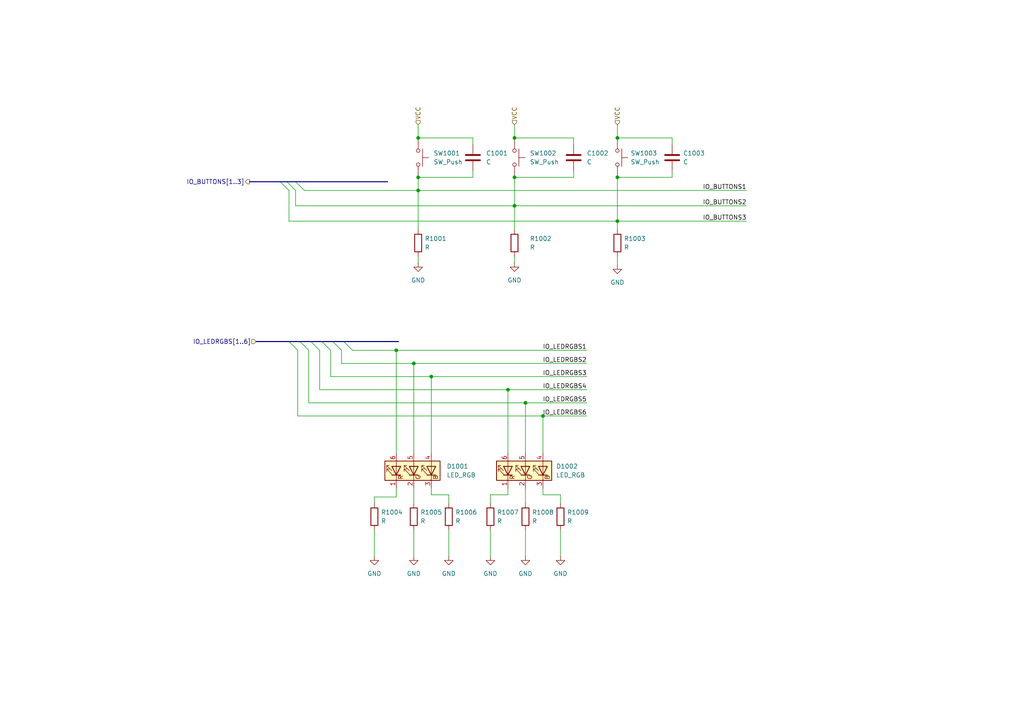
<source format=kicad_sch>
(kicad_sch (version 20211123) (generator eeschema)
  (paper "A4")
  (lib_symbols
    (symbol "Device:C" (pin_numbers hide) (pin_names (offset 0.254))
      (property "Reference" "C" (at 0.635 2.54 0))
      (property "Value" "C" (at 0.635 -2.54 0))
      (symbol "C_0_1"
        (polyline (pts (xy -2.032 -0.762) (xy 2.032 -0.762)) (stroke (width 0.508)))
        (polyline (pts (xy -2.032 0.762) (xy 2.032 0.762)) (stroke (width 0.508)))
      )
      (symbol "C_1_1"
        (pin passive line (at 0 3.81 270) (length 2.794) (name "~") (number "1"))
        (pin passive line (at 0 -3.81 90) (length 2.794) (name "~") (number "2"))
      )
    )
    (symbol "Device:LED_RGB" (pin_names (offset 0) hide)
      (property "Reference" "D" (at 0 9.398 0))
      (property "Value" "LED_RGB" (at 0 -8.89 0))
      (symbol "LED_RGB_0_0"
        (text "B" (at -1.905 -6.35 0) (effects (font (size 1.27 1.27))))
        (text "G" (at -1.905 -1.27 0) (effects (font (size 1.27 1.27))))
        (text "R" (at -1.905 3.81 0) (effects (font (size 1.27 1.27))))
      )
      (symbol "LED_RGB_0_1"
        (polyline (pts (xy -1.27 -5.08) (xy -2.54 -5.08)))
        (polyline (pts (xy -1.27 -5.08) (xy 1.27 -5.08)))
        (polyline (pts (xy -1.27 -3.81) (xy -1.27 -6.35)) (stroke (width 0.254)))
        (polyline (pts (xy -1.27 0) (xy -2.54 0)))
        (polyline (pts (xy -1.27 1.27) (xy -1.27 -1.27)) (stroke (width 0.254)))
        (polyline (pts (xy -1.27 5.08) (xy -2.54 5.08)))
        (polyline (pts (xy -1.27 5.08) (xy 1.27 5.08)))
        (polyline (pts (xy -1.27 6.35) (xy -1.27 3.81)) (stroke (width 0.254)))
        (polyline (pts (xy 1.27 -5.08) (xy 2.54 -5.08)))
        (polyline (pts (xy 1.27 0) (xy -1.27 0)))
        (polyline (pts (xy 1.27 0) (xy 2.54 0)))
        (polyline (pts (xy 1.27 5.08) (xy 2.54 5.08)))
        (polyline (pts (xy -1.27 1.27) (xy -1.27 -1.27) (xy -1.27 -1.27)))
        (polyline (pts (xy -1.27 6.35) (xy -1.27 3.81) (xy -1.27 3.81)))
        (polyline (pts (xy 1.27 -3.81) (xy 1.27 -6.35) (xy -1.27 -5.08) (xy 1.27 -3.81)) (stroke (width 0.254)))
        (polyline (pts (xy 1.27 1.27) (xy 1.27 -1.27) (xy -1.27 0) (xy 1.27 1.27)) (stroke (width 0.254)))
        (polyline (pts (xy 1.27 6.35) (xy 1.27 3.81) (xy -1.27 5.08) (xy 1.27 6.35)) (stroke (width 0.254)))
        (polyline (pts (xy -1.016 -3.81) (xy 0.508 -2.286) (xy -0.254 -2.286) (xy 0.508 -2.286) (xy 0.508 -3.048)))
        (polyline (pts (xy -1.016 1.27) (xy 0.508 2.794) (xy -0.254 2.794) (xy 0.508 2.794) (xy 0.508 2.032)))
        (polyline (pts (xy -1.016 6.35) (xy 0.508 7.874) (xy -0.254 7.874) (xy 0.508 7.874) (xy 0.508 7.112)))
        (polyline (pts (xy 0 -3.81) (xy 1.524 -2.286) (xy 0.762 -2.286) (xy 1.524 -2.286) (xy 1.524 -3.048)))
        (polyline (pts (xy 0 1.27) (xy 1.524 2.794) (xy 0.762 2.794) (xy 1.524 2.794) (xy 1.524 2.032)))
        (polyline (pts (xy 0 6.35) (xy 1.524 7.874) (xy 0.762 7.874) (xy 1.524 7.874) (xy 1.524 7.112)))
        (rectangle (start 1.27 -1.27) (end 1.27 1.27))
        (rectangle (start 1.27 1.27) (end 1.27 1.27))
        (rectangle (start 1.27 3.81) (end 1.27 6.35))
        (rectangle (start 1.27 6.35) (end 1.27 6.35))
        (rectangle (start 2.794 8.382) (end -2.794 -7.62) (stroke (width 0.254)) (fill (type background)))
      )
      (symbol "LED_RGB_1_1"
        (pin passive line (at -5.08 5.08 0) (length 2.54) (name "RK") (number "1"))
        (pin passive line (at -5.08 0 0) (length 2.54) (name "GK") (number "2"))
        (pin passive line (at -5.08 -5.08 0) (length 2.54) (name "BK") (number "3"))
        (pin passive line (at 5.08 -5.08 180) (length 2.54) (name "BA") (number "4"))
        (pin passive line (at 5.08 0 180) (length 2.54) (name "GA") (number "5"))
        (pin passive line (at 5.08 5.08 180) (length 2.54) (name "RA") (number "6"))
      )
    )
    (symbol "Device:R" (pin_numbers hide) (pin_names (offset 0))
      (property "Reference" "R" (at 2.032 0 90))
      (property "Value" "R" (at 0 0 90))
      (symbol "R_0_1"
        (rectangle (start -1.016 -2.54) (end 1.016 2.54) (stroke (width 0.254)))
      )
      (symbol "R_1_1"
        (pin passive line (at 0 3.81 270) (length 1.27) (name "~") (number "1"))
        (pin passive line (at 0 -3.81 90) (length 1.27) (name "~") (number "2"))
      )
    )
    (symbol "Switch:SW_Push" (pin_numbers hide) (pin_names (offset 1.016) hide)
      (property "Reference" "SW" (at 1.27 2.54 0))
      (property "Value" "SW_Push" (at 0 -1.524 0))
      (symbol "SW_Push_0_1"
        (circle (center -2.032 0) (radius 0.508))
        (polyline (pts (xy 0 1.27) (xy 0 3.048)))
        (polyline (pts (xy 2.54 1.27) (xy -2.54 1.27)))
        (circle (center 2.032 0) (radius 0.508))
        (pin passive line (at -5.08 0 0) (length 2.54) (name "1") (number "1"))
        (pin passive line (at 5.08 0 180) (length 2.54) (name "2") (number "2"))
      )
    )
    (symbol "power:GND" (power) (pin_names (offset 0))
      (property "Value" "GND" (at 0 -3.81 0))
      (symbol "GND_0_1"
        (polyline (pts (xy 0 0) (xy 0 -1.27) (xy 1.27 -1.27) (xy 0 -2.54) (xy -1.27 -1.27) (xy 0 -1.27)))
      )
      (symbol "GND_1_1"
        (pin power_in line (at 0 0 270) (length 0) hide (name "GND") (number "1"))
      )
    )
  )
  (junction (at 121.285 40.005))
  (junction (at 147.32 113.03))
  (junction (at 149.225 40.005))
  (junction (at 179.07 40.005))
  (junction (at 125.095 109.22))
  (junction (at 114.935 101.6))
  (junction (at 157.48 120.65))
  (junction (at 121.285 51.435))
  (junction (at 149.225 59.69))
  (junction (at 179.07 51.435))
  (junction (at 149.225 51.435))
  (junction (at 152.4 116.84))
  (junction (at 121.285 55.245))
  (junction (at 120.015 105.41))
  (junction (at 179.07 64.135))
  (bus_entry (at 83.82 99.06) (size 2.54 2.54))
  (bus_entry (at 96.52 99.06) (size 2.54 2.54))
  (bus_entry (at 83.185 52.705) (size 2.54 2.54))
  (bus_entry (at 99.695 99.06) (size 2.54 2.54))
  (bus_entry (at 90.17 99.06) (size 2.54 2.54))
  (bus_entry (at 86.995 99.06) (size 2.54 2.54))
  (bus_entry (at 93.345 99.06) (size 2.54 2.54))
  (bus_entry (at 85.725 52.705) (size 2.54 2.54))
  (bus_entry (at 81.28 52.705) (size 2.54 2.54))
  (wire (pts (xy 157.48 131.445) (xy 157.48 120.65)))
  (wire (pts (xy 92.71 113.03) (xy 147.32 113.03)))
  (wire (pts (xy 147.32 113.03) (xy 147.32 131.445)))
  (wire (pts (xy 85.725 55.245) (xy 85.725 59.69)))
  (wire (pts (xy 149.225 36.195) (xy 149.225 40.005)))
  (wire (pts (xy 152.4 141.605) (xy 152.4 146.05)))
  (wire (pts (xy 179.07 40.005) (xy 179.07 40.64)))
  (wire (pts (xy 166.37 51.435) (xy 149.225 51.435)))
  (wire (pts (xy 120.015 141.605) (xy 120.015 146.05)))
  (wire (pts (xy 108.585 144.145) (xy 114.935 144.145)))
  (wire (pts (xy 114.935 101.6) (xy 102.235 101.6)))
  (wire (pts (xy 121.285 76.2) (xy 121.285 74.295)))
  (wire (pts (xy 121.285 55.245) (xy 121.285 66.675)))
  (wire (pts (xy 121.285 40.005) (xy 121.285 40.64)))
  (wire (pts (xy 157.48 143.51) (xy 157.48 141.605)))
  (wire (pts (xy 149.225 51.435) (xy 149.225 59.69)))
  (wire (pts (xy 86.36 120.65) (xy 157.48 120.65)))
  (bus (pts (xy 93.345 99.06) (xy 90.17 99.06)))
  (wire (pts (xy 179.07 74.295) (xy 179.07 76.835)))
  (wire (pts (xy 99.06 105.41) (xy 120.015 105.41)))
  (wire (pts (xy 125.095 109.22) (xy 170.18 109.22)))
  (wire (pts (xy 121.285 51.435) (xy 121.285 55.245)))
  (bus (pts (xy 99.695 99.06) (xy 96.52 99.06)))
  (wire (pts (xy 179.07 36.195) (xy 179.07 40.005)))
  (wire (pts (xy 142.24 153.67) (xy 142.24 161.29)))
  (wire (pts (xy 149.225 59.69) (xy 216.535 59.69)))
  (wire (pts (xy 130.175 143.51) (xy 130.175 146.05)))
  (wire (pts (xy 121.285 40.005) (xy 137.16 40.005)))
  (wire (pts (xy 162.56 153.67) (xy 162.56 161.29)))
  (wire (pts (xy 149.225 59.69) (xy 149.225 66.675)))
  (wire (pts (xy 108.585 146.05) (xy 108.585 144.145)))
  (wire (pts (xy 179.07 64.135) (xy 179.07 66.675)))
  (wire (pts (xy 86.36 101.6) (xy 86.36 120.65)))
  (bus (pts (xy 115.57 99.06) (xy 99.695 99.06)))
  (wire (pts (xy 121.285 55.245) (xy 216.535 55.245)))
  (wire (pts (xy 179.07 51.435) (xy 179.07 64.135)))
  (wire (pts (xy 83.82 64.135) (xy 179.07 64.135)))
  (wire (pts (xy 152.4 116.84) (xy 152.4 131.445)))
  (wire (pts (xy 92.71 101.6) (xy 92.71 113.03)))
  (wire (pts (xy 166.37 41.91) (xy 166.37 40.005)))
  (wire (pts (xy 83.82 55.245) (xy 83.82 64.135)))
  (wire (pts (xy 194.945 49.53) (xy 194.945 51.435)))
  (wire (pts (xy 142.24 143.51) (xy 142.24 146.05)))
  (bus (pts (xy 83.185 52.705) (xy 81.28 52.705)))
  (bus (pts (xy 83.82 99.06) (xy 74.295 99.06)))
  (bus (pts (xy 85.725 52.705) (xy 112.395 52.705)))
  (wire (pts (xy 179.07 64.135) (xy 216.535 64.135)))
  (bus (pts (xy 85.725 52.705) (xy 83.185 52.705)))
  (wire (pts (xy 157.48 120.65) (xy 170.18 120.65)))
  (wire (pts (xy 120.015 105.41) (xy 170.18 105.41)))
  (wire (pts (xy 125.095 109.22) (xy 125.095 131.445)))
  (wire (pts (xy 162.56 143.51) (xy 162.56 146.05)))
  (wire (pts (xy 149.225 76.2) (xy 149.225 74.295)))
  (bus (pts (xy 96.52 99.06) (xy 93.345 99.06)))
  (wire (pts (xy 85.725 59.69) (xy 149.225 59.69)))
  (wire (pts (xy 137.16 51.435) (xy 121.285 51.435)))
  (wire (pts (xy 166.37 49.53) (xy 166.37 51.435)))
  (wire (pts (xy 130.175 153.67) (xy 130.175 161.29)))
  (wire (pts (xy 152.4 153.67) (xy 152.4 161.29)))
  (wire (pts (xy 125.095 143.51) (xy 130.175 143.51)))
  (wire (pts (xy 170.18 116.84) (xy 152.4 116.84)))
  (wire (pts (xy 157.48 143.51) (xy 162.56 143.51)))
  (wire (pts (xy 121.285 36.195) (xy 121.285 40.005)))
  (wire (pts (xy 149.225 50.8) (xy 149.225 51.435)))
  (wire (pts (xy 170.18 101.6) (xy 114.935 101.6)))
  (bus (pts (xy 90.17 99.06) (xy 86.995 99.06)))
  (wire (pts (xy 170.18 113.03) (xy 147.32 113.03)))
  (wire (pts (xy 89.535 101.6) (xy 89.535 116.84)))
  (wire (pts (xy 166.37 40.005) (xy 149.225 40.005)))
  (wire (pts (xy 137.16 41.91) (xy 137.16 40.005)))
  (wire (pts (xy 99.06 101.6) (xy 99.06 105.41)))
  (wire (pts (xy 121.285 50.8) (xy 121.285 51.435)))
  (wire (pts (xy 194.945 40.005) (xy 179.07 40.005)))
  (wire (pts (xy 194.945 51.435) (xy 179.07 51.435)))
  (wire (pts (xy 114.935 144.145) (xy 114.935 141.605)))
  (wire (pts (xy 125.095 141.605) (xy 125.095 143.51)))
  (wire (pts (xy 95.885 109.22) (xy 125.095 109.22)))
  (bus (pts (xy 86.995 99.06) (xy 83.82 99.06)))
  (wire (pts (xy 147.32 143.51) (xy 142.24 143.51)))
  (wire (pts (xy 147.32 141.605) (xy 147.32 143.51)))
  (wire (pts (xy 95.885 101.6) (xy 95.885 109.22)))
  (wire (pts (xy 120.015 153.67) (xy 120.015 161.29)))
  (wire (pts (xy 137.16 49.53) (xy 137.16 51.435)))
  (wire (pts (xy 114.935 101.6) (xy 114.935 131.445)))
  (wire (pts (xy 89.535 116.84) (xy 152.4 116.84)))
  (bus (pts (xy 81.28 52.705) (xy 72.39 52.705)))
  (wire (pts (xy 88.265 55.245) (xy 121.285 55.245)))
  (wire (pts (xy 120.015 105.41) (xy 120.015 131.445)))
  (wire (pts (xy 194.945 41.91) (xy 194.945 40.005)))
  (wire (pts (xy 179.07 50.8) (xy 179.07 51.435)))
  (wire (pts (xy 108.585 153.67) (xy 108.585 161.29)))
  (wire (pts (xy 149.225 40.005) (xy 149.225 40.64)))
  (label "IO_BUTTONS1" (at 216.535 55.245 180))
  (label "IO_BUTTONS3" (at 216.535 64.135 180))
  (label "IO_LEDRGBS2" (at 170.18 105.41 180))
  (label "IO_BUTTONS2" (at 216.535 59.69 180))
  (label "IO_LEDRGBS5" (at 170.18 116.84 180))
  (label "IO_LEDRGBS3" (at 170.18 109.22 180))
  (label "IO_LEDRGBS6" (at 170.18 120.65 180))
  (label "IO_LEDRGBS4" (at 170.18 113.03 180))
  (label "IO_LEDRGBS1" (at 170.18 101.6 180))
  (hierarchical_label "VCC" (shape input) (at 179.07 36.195 90))
  (hierarchical_label "VCC" (shape input) (at 149.225 36.195 90))
  (hierarchical_label "IO_BUTTONS[1..3]" (shape output) (at 72.39 52.705 180))
  (hierarchical_label "IO_LEDRGBS[1..6]" (shape input) (at 74.295 99.06 180))
  (hierarchical_label "VCC" (shape input) (at 121.285 36.195 90))
  (symbol (lib_id "Device:R") (at 149.225 70.485 0) (unit 1)
    (property "Reference" "R1002" (at 153.67 69.2149 0) (effects (justify left)))
    (property "Value" "R" (at 153.67 71.7549 0) (effects (justify left)))
    (property "Footprint" "Resistor_SMD:R_0603_1608Metric_Pad0.98x0.95mm_HandSolder" (effects hide))
  )
  (symbol (lib_id "Device:R") (at 162.56 149.86 0) (unit 1)
    (property "Reference" "R1009" (at 164.465 148.5899 0) (effects (justify left)))
    (property "Value" "R" (at 164.465 151.1299 0) (effects (justify left)))
    (property "Footprint" "Resistor_SMD:R_0603_1608Metric_Pad0.98x0.95mm_HandSolder" (effects hide))
  )
  (symbol (lib_id "power:GND") (at 152.4 161.29 0) (unit 1)
    (property "Reference" "#PWR0169" (effects hide))
    (property "Value" "GND" (at 152.4 166.37 0))
  )
  (symbol (lib_id "Device:C") (at 194.945 45.72 0) (unit 1)
    (property "Reference" "C1003" (at 198.12 44.4499 0) (effects (justify left)))
    (property "Value" "C" (at 198.12 46.9899 0) (effects (justify left)))
    (property "Footprint" "Capacitor_SMD:C_0603_1608Metric_Pad1.08x0.95mm_HandSolder" (effects hide))
  )
  (symbol (lib_id "Device:R") (at 120.015 149.86 0) (unit 1)
    (property "Reference" "R1005" (at 121.92 148.5899 0) (effects (justify left)))
    (property "Value" "R" (at 121.92 151.1299 0) (effects (justify left)))
    (property "Footprint" "Resistor_SMD:R_0603_1608Metric_Pad0.98x0.95mm_HandSolder" (effects hide))
  )
  (symbol (lib_id "power:GND") (at 130.175 161.29 0) (unit 1)
    (property "Reference" "#PWR0166" (effects hide))
    (property "Value" "GND" (at 130.175 166.37 0))
  )
  (symbol (lib_id "Device:LED_RGB") (at 120.015 136.525 90) (unit 1)
    (property "Reference" "D1001" (at 129.54 135.2549 90) (effects (justify right)))
    (property "Value" "LED_RGB" (at 129.54 137.7949 90) (effects (justify right)))
    (property "Footprint" "LED_SMD:LED_WS2812_PLCC6_5.0x5.0mm_P1.6mm" (effects hide))
  )
  (symbol (lib_id "Device:C") (at 166.37 45.72 0) (unit 1)
    (property "Reference" "C1002" (at 170.18 44.4499 0) (effects (justify left)))
    (property "Value" "C" (at 170.18 46.9899 0) (effects (justify left)))
    (property "Footprint" "Capacitor_SMD:C_0603_1608Metric_Pad1.08x0.95mm_HandSolder" (effects hide))
  )
  (symbol (lib_id "power:GND") (at 162.56 161.29 0) (unit 1)
    (property "Reference" "#PWR0170" (effects hide))
    (property "Value" "GND" (at 162.56 166.37 0))
  )
  (symbol (lib_id "Device:R") (at 179.07 70.485 0) (unit 1)
    (property "Reference" "R1003" (at 180.975 69.2149 0) (effects (justify left)))
    (property "Value" "R" (at 180.975 71.7549 0) (effects (justify left)))
    (property "Footprint" "Resistor_SMD:R_0603_1608Metric_Pad0.98x0.95mm_HandSolder" (effects hide))
  )
  (symbol (lib_id "Switch:SW_Push") (at 121.285 45.72 270) (unit 1)
    (property "Reference" "SW1001" (at 125.73 44.4499 90) (effects (justify left)))
    (property "Value" "SW_Push" (at 125.73 46.9899 90) (effects (justify left)))
    (property "Footprint" "Button_Switch_SMD:SW_Push_1P1T_NO_CK_KMR2" (effects hide))
  )
  (symbol (lib_id "Device:LED_RGB") (at 152.4 136.525 90) (unit 1)
    (property "Reference" "D1002" (at 161.29 135.2549 90) (effects (justify right)))
    (property "Value" "LED_RGB" (at 161.29 137.7949 90) (effects (justify right)))
    (property "Footprint" "LED_SMD:LED_WS2812_PLCC6_5.0x5.0mm_P1.6mm" (effects hide))
  )
  (symbol (lib_id "power:GND") (at 121.285 76.2 0) (unit 1)
    (property "Reference" "#PWR0162" (effects hide))
    (property "Value" "GND" (at 121.285 81.28 0))
  )
  (symbol (lib_id "Device:R") (at 108.585 149.86 180) (unit 1)
    (property "Reference" "R1004" (at 110.49 148.5899 0) (effects (justify right)))
    (property "Value" "R" (at 110.49 151.1299 0) (effects (justify right)))
    (property "Footprint" "Resistor_SMD:R_0603_1608Metric_Pad0.98x0.95mm_HandSolder" (effects hide))
  )
  (symbol (lib_id "power:GND") (at 108.585 161.29 0) (unit 1)
    (property "Reference" "#PWR0165" (effects hide))
    (property "Value" "GND" (at 108.585 166.37 0))
  )
  (symbol (lib_id "power:GND") (at 149.225 76.2 0) (unit 1)
    (property "Reference" "#PWR0163" (effects hide))
    (property "Value" "GND" (at 149.225 81.28 0))
  )
  (symbol (lib_id "Device:R") (at 121.285 70.485 0) (unit 1)
    (property "Reference" "R1001" (at 123.19 69.2149 0) (effects (justify left)))
    (property "Value" "R" (at 123.19 71.7549 0) (effects (justify left)))
    (property "Footprint" "Resistor_SMD:R_0603_1608Metric_Pad0.98x0.95mm_HandSolder" (effects hide))
  )
  (symbol (lib_id "Switch:SW_Push") (at 179.07 45.72 270) (unit 1)
    (property "Reference" "SW1003" (at 182.88 44.4499 90) (effects (justify left)))
    (property "Value" "SW_Push" (at 182.88 46.9899 90) (effects (justify left)))
    (property "Footprint" "Button_Switch_SMD:SW_Push_1P1T_NO_CK_KMR2" (effects hide))
  )
  (symbol (lib_id "Device:R") (at 152.4 149.86 0) (unit 1)
    (property "Reference" "R1008" (at 154.305 148.5899 0) (effects (justify left)))
    (property "Value" "R" (at 154.305 151.1299 0) (effects (justify left)))
    (property "Footprint" "Resistor_SMD:R_0603_1608Metric_Pad0.98x0.95mm_HandSolder" (effects hide))
  )
  (symbol (lib_id "power:GND") (at 179.07 76.835 0) (unit 1)
    (property "Reference" "#PWR0164" (effects hide))
    (property "Value" "GND" (at 179.07 81.915 0))
  )
  (symbol (lib_id "Device:R") (at 130.175 149.86 0) (unit 1)
    (property "Reference" "R1006" (at 132.08 148.5899 0) (effects (justify left)))
    (property "Value" "R" (at 132.08 151.1299 0) (effects (justify left)))
    (property "Footprint" "Resistor_SMD:R_0603_1608Metric_Pad0.98x0.95mm_HandSolder" (effects hide))
  )
  (symbol (lib_id "Device:R") (at 142.24 149.86 0) (unit 1)
    (property "Reference" "R1007" (at 144.145 148.5899 0) (effects (justify left)))
    (property "Value" "R" (at 144.145 151.1299 0) (effects (justify left)))
    (property "Footprint" "Resistor_SMD:R_0603_1608Metric_Pad0.98x0.95mm_HandSolder" (effects hide))
  )
  (symbol (lib_id "power:GND") (at 120.015 161.29 0) (unit 1)
    (property "Reference" "#PWR0168" (effects hide))
    (property "Value" "GND" (at 120.015 166.37 0))
  )
  (symbol (lib_id "power:GND") (at 142.24 161.29 0) (unit 1)
    (property "Reference" "#PWR0167" (effects hide))
    (property "Value" "GND" (at 142.24 166.37 0))
  )
  (symbol (lib_id "Device:C") (at 137.16 45.72 0) (unit 1)
    (property "Reference" "C1001" (at 140.97 44.4499 0) (effects (justify left)))
    (property "Value" "C" (at 140.97 46.9899 0) (effects (justify left)))
    (property "Footprint" "Capacitor_SMD:C_0603_1608Metric_Pad1.08x0.95mm_HandSolder" (effects hide))
  )
  (symbol (lib_id "Switch:SW_Push") (at 149.225 45.72 270) (unit 1)
    (property "Reference" "SW1002" (at 153.67 44.4499 90) (effects (justify left)))
    (property "Value" "SW_Push" (at 153.67 46.9899 90) (effects (justify left)))
    (property "Footprint" "Button_Switch_SMD:SW_Push_1P1T_NO_CK_KMR2" (effects hide))
  )
)
</source>
